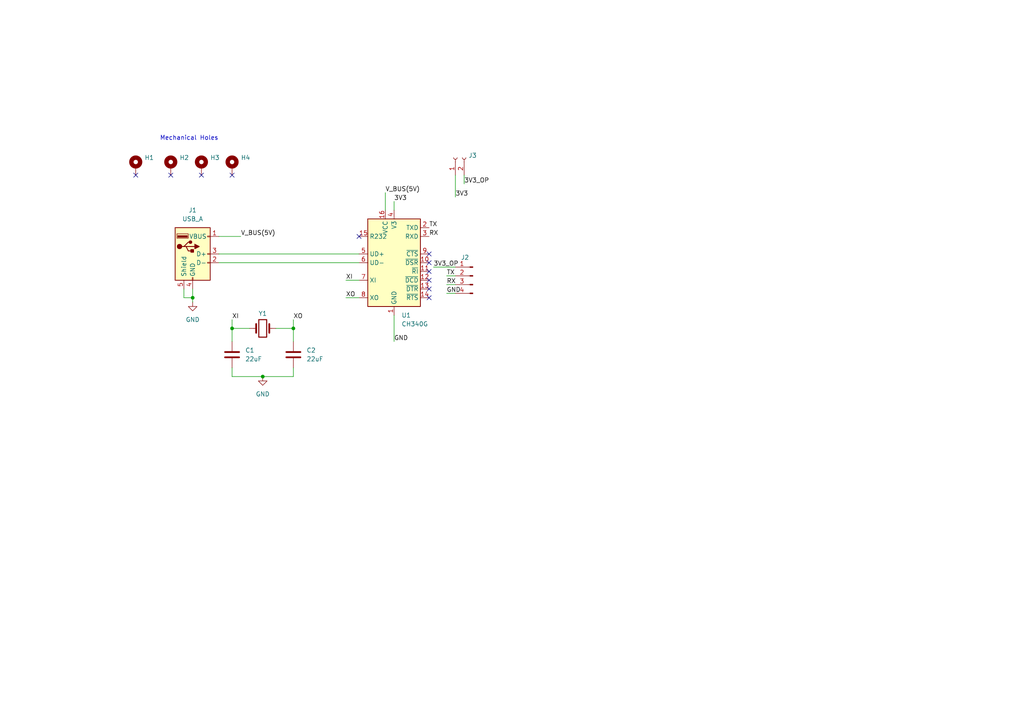
<source format=kicad_sch>
(kicad_sch (version 20250114) (generator "eeschema") (generator_version "9.0")
  (paper "A4")
  (lib_symbols
    (symbol "Connector:Conn_01x02_Socket" (pin_names (offset 1.016) (hide yes))
      (property "Reference" "J" (at 0 2.54 0))
      (property "Value" "Conn_01x02_Socket" (at 0 -5.08 0))
      (symbol "Conn_01x02_Socket_1_1"
        (polyline (pts (xy -1.27 0) (xy -0.508 0)) (stroke (width 0.1524)))
        (polyline (pts (xy -1.27 -2.54) (xy -0.508 -2.54)) (stroke (width 0.1524)))
        (arc (start 0 -0.508) (mid -0.5058 0) (end 0 0.508) (stroke (width 0.1524)))
        (arc (start 0 -3.048) (mid -0.5058 -2.54) (end 0 -2.032) (stroke (width 0.1524)))
        (pin passive line (at -5.08 0 0) (length 3.81) (name "Pin_1") (number "1"))
        (pin passive line (at -5.08 -2.54 0) (length 3.81) (name "Pin_2") (number "2"))
      )
    )
    (symbol "Connector:Conn_01x04_Pin" (pin_names (offset 1.016) (hide yes))
      (property "Reference" "J" (at 0 5.08 0))
      (property "Value" "Conn_01x04_Pin" (at 0 -7.62 0))
      (symbol "Conn_01x04_Pin_1_1"
        (rectangle (start 0.8636 2.667) (end 0 2.413) (stroke (width 0.1524)) (fill (type outline)))
        (rectangle (start 0.8636 0.127) (end 0 -0.127) (stroke (width 0.1524)) (fill (type outline)))
        (rectangle (start 0.8636 -2.413) (end 0 -2.667) (stroke (width 0.1524)) (fill (type outline)))
        (rectangle (start 0.8636 -4.953) (end 0 -5.207) (stroke (width 0.1524)) (fill (type outline)))
        (polyline (pts (xy 1.27 2.54) (xy 0.8636 2.54)) (stroke (width 0.1524)))
        (polyline (pts (xy 1.27 0) (xy 0.8636 0)) (stroke (width 0.1524)))
        (polyline (pts (xy 1.27 -2.54) (xy 0.8636 -2.54)) (stroke (width 0.1524)))
        (polyline (pts (xy 1.27 -5.08) (xy 0.8636 -5.08)) (stroke (width 0.1524)))
        (pin passive line (at 5.08 2.54 180) (length 3.81) (name "Pin_1") (number "1"))
        (pin passive line (at 5.08 0 180) (length 3.81) (name "Pin_2") (number "2"))
        (pin passive line (at 5.08 -2.54 180) (length 3.81) (name "Pin_3") (number "3"))
        (pin passive line (at 5.08 -5.08 180) (length 3.81) (name "Pin_4") (number "4"))
      )
    )
    (symbol "Connector:USB_A" (pin_names (offset 1.016))
      (property "Reference" "J" (at -5.08 11.43 0))
      (property "Value" "USB_A" (at -5.08 8.89 0))
      (symbol "USB_A_0_1"
        (rectangle (start -5.08 -7.62) (end 5.08 7.62) (stroke (width 0.254)) (fill (type background)))
        (circle (center -3.81 2.159) (radius 0.635) (stroke (width 0.254)) (fill (type outline)))
        (polyline (pts (xy -3.175 2.159) (xy -2.54 2.159) (xy -1.27 3.429) (xy -0.635 3.429)) (stroke (width 0.254)))
        (polyline (pts (xy -2.54 2.159) (xy -1.905 2.159) (xy -1.27 0.889) (xy 0 0.889)) (stroke (width 0.254)))
        (rectangle (start -1.524 4.826) (end -4.318 5.334) (fill (type outline)))
        (rectangle (start -1.27 4.572) (end -4.572 5.842))
        (circle (center -0.635 3.429) (radius 0.381) (stroke (width 0.254)) (fill (type outline)))
        (rectangle (start -0.127 -7.62) (end 0.127 -6.858))
        (rectangle (start 0.254 1.27) (end -0.508 0.508) (stroke (width 0.254)) (fill (type outline)))
        (polyline (pts (xy 0.635 2.794) (xy 0.635 1.524) (xy 1.905 2.159) (xy 0.635 2.794)) (stroke (width 0.254)) (fill (type outline)))
        (rectangle (start 5.08 4.953) (end 4.318 5.207))
        (rectangle (start 5.08 -0.127) (end 4.318 0.127))
        (rectangle (start 5.08 -2.667) (end 4.318 -2.413))
      )
      (symbol "USB_A_1_1"
        (polyline (pts (xy -1.905 2.159) (xy 0.635 2.159)) (stroke (width 0.254)))
        (pin passive line (at -2.54 -10.16 90) (length 2.54) (name "Shield") (number "5"))
        (pin power_in line (at 0 -10.16 90) (length 2.54) (name "GND") (number "4"))
        (pin power_in line (at 7.62 5.08 180) (length 2.54) (name "VBUS") (number "1"))
        (pin bidirectional line (at 7.62 0 180) (length 2.54) (name "D+") (number "3"))
        (pin bidirectional line (at 7.62 -2.54 180) (length 2.54) (name "D-") (number "2"))
      )
    )
    (symbol "Device:C" (pin_numbers (hide yes)) (pin_names (offset 0.254))
      (property "Reference" "C" (at 0.635 2.54 0))
      (property "Value" "C" (at 0.635 -2.54 0))
      (symbol "C_0_1"
        (polyline (pts (xy -2.032 0.762) (xy 2.032 0.762)) (stroke (width 0.508)))
        (polyline (pts (xy -2.032 -0.762) (xy 2.032 -0.762)) (stroke (width 0.508)))
      )
      (symbol "C_1_1"
        (pin passive line (at 0 3.81 270) (length 2.794) (name "~") (number "1"))
        (pin passive line (at 0 -3.81 90) (length 2.794) (name "~") (number "2"))
      )
    )
    (symbol "Device:Crystal" (pin_numbers (hide yes)) (pin_names (offset 1.016) (hide yes))
      (property "Reference" "Y" (at 0 3.81 0))
      (property "Value" "Crystal" (at 0 -3.81 0))
      (symbol "Crystal_0_1"
        (polyline (pts (xy -2.54 0) (xy -1.905 0)))
        (polyline (pts (xy -1.905 -1.27) (xy -1.905 1.27)) (stroke (width 0.508)))
        (rectangle (start -1.143 2.54) (end 1.143 -2.54) (stroke (width 0.3048)))
        (polyline (pts (xy 1.905 -1.27) (xy 1.905 1.27)) (stroke (width 0.508)))
        (polyline (pts (xy 2.54 0) (xy 1.905 0)))
      )
      (symbol "Crystal_1_1"
        (pin passive line (at -3.81 0 0) (length 1.27) (name "1") (number "1"))
        (pin passive line (at 3.81 0 180) (length 1.27) (name "2") (number "2"))
      )
    )
    (symbol "Interface_USB:CH340G"
      (property "Reference" "U" (at -5.08 13.97 0))
      (property "Value" "CH340G" (at 1.27 13.97 0))
      (symbol "CH340G_0_1"
        (rectangle (start -7.62 12.7) (end 7.62 -12.7) (stroke (width 0.254)) (fill (type background)))
      )
      (symbol "CH340G_1_1"
        (pin input line (at -10.16 7.62 0) (length 2.54) (name "R232") (number "15"))
        (pin bidirectional line (at -10.16 2.54 0) (length 2.54) (name "UD+") (number "5"))
        (pin bidirectional line (at -10.16 0 0) (length 2.54) (name "UD-") (number "6"))
        (pin input line (at -10.16 -5.08 0) (length 2.54) (name "XI") (number "7"))
        (pin output line (at -10.16 -10.16 0) (length 2.54) (name "XO") (number "8"))
        (pin power_in line (at -2.54 15.24 270) (length 2.54) (name "VCC") (number "16"))
        (pin power_out line (at 0 15.24 270) (length 2.54) (name "V3") (number "4"))
        (pin power_in line (at 0 -15.24 90) (length 2.54) (name "GND") (number "1"))
        (pin output line (at 10.16 10.16 180) (length 2.54) (name "TXD") (number "2"))
        (pin input line (at 10.16 7.62 180) (length 2.54) (name "RXD") (number "3"))
        (pin input line (at 10.16 2.54 180) (length 2.54) (name "~{CTS}") (number "9"))
        (pin input line (at 10.16 0 180) (length 2.54) (name "~{DSR}") (number "10"))
        (pin input line (at 10.16 -2.54 180) (length 2.54) (name "~{RI}") (number "11"))
        (pin input line (at 10.16 -5.08 180) (length 2.54) (name "~{DCD}") (number "12"))
        (pin output line (at 10.16 -7.62 180) (length 2.54) (name "~{DTR}") (number "13"))
        (pin output line (at 10.16 -10.16 180) (length 2.54) (name "~{RTS}") (number "14"))
      )
    )
    (symbol "Mechanical:MountingHole_Pad" (pin_numbers (hide yes)) (pin_names (offset 1.016) (hide yes)) (in_bom no)
      (property "Reference" "H" (at 0 6.35 0))
      (property "Value" "MountingHole_Pad" (at 0 4.445 0))
      (symbol "MountingHole_Pad_0_1"
        (circle (center 0 1.27) (radius 1.27) (stroke (width 1.27)))
      )
      (symbol "MountingHole_Pad_1_1"
        (pin input line (at 0 -2.54 90) (length 2.54) (name "1") (number "1"))
      )
    )
    (symbol "power:GND" (power) (pin_numbers (hide yes)) (pin_names (offset 0) (hide yes))
      (property "Value" "GND" (at 0 -3.81 0))
      (symbol "GND_0_1"
        (polyline (pts (xy 0 0) (xy 0 -1.27) (xy 1.27 -1.27) (xy 0 -2.54) (xy -1.27 -1.27) (xy 0 -1.27)))
      )
      (symbol "GND_1_1"
        (pin power_in line (at 0 0 270) (length 0) (name "~") (number "1"))
      )
    )
  )
  (text "Mechanical Holes" (at 54.864 40.132 0) (effects (font (size 1.27 1.27))))
  (junction (at 67.31 95.25))
  (junction (at 76.2 109.22))
  (junction (at 55.88 86.36))
  (junction (at 85.09 95.25))
  (no_connect (at 67.31 50.8))
  (no_connect (at 104.14 68.58))
  (no_connect (at 124.46 73.66))
  (no_connect (at 124.46 83.82))
  (no_connect (at 124.46 86.36))
  (no_connect (at 124.46 78.74))
  (no_connect (at 124.46 76.2))
  (no_connect (at 39.37 50.8))
  (no_connect (at 58.42 50.8))
  (no_connect (at 124.46 81.28))
  (no_connect (at 49.53 50.8))
  (wire (pts (xy 100.33 86.36) (xy 104.14 86.36)))
  (wire (pts (xy 67.31 92.71) (xy 67.31 95.25)))
  (wire (pts (xy 114.3 58.42) (xy 114.3 60.96)))
  (wire (pts (xy 67.31 95.25) (xy 72.39 95.25)))
  (wire (pts (xy 80.01 95.25) (xy 85.09 95.25)))
  (wire (pts (xy 53.34 83.82) (xy 53.34 86.36)))
  (wire (pts (xy 67.31 99.06) (xy 67.31 95.25)))
  (wire (pts (xy 76.2 109.22) (xy 85.09 109.22)))
  (wire (pts (xy 67.31 109.22) (xy 76.2 109.22)))
  (wire (pts (xy 85.09 92.71) (xy 85.09 95.25)))
  (wire (pts (xy 114.3 99.06) (xy 114.3 91.44)))
  (wire (pts (xy 132.08 57.15) (xy 132.08 50.8)))
  (wire (pts (xy 53.34 86.36) (xy 55.88 86.36)))
  (wire (pts (xy 129.54 82.55) (xy 132.08 82.55)))
  (wire (pts (xy 129.54 85.09) (xy 132.08 85.09)))
  (wire (pts (xy 55.88 86.36) (xy 55.88 87.63)))
  (wire (pts (xy 129.54 80.01) (xy 132.08 80.01)))
  (wire (pts (xy 125.73 77.47) (xy 132.08 77.47)))
  (wire (pts (xy 55.88 83.82) (xy 55.88 86.36)))
  (wire (pts (xy 85.09 95.25) (xy 85.09 99.06)))
  (wire (pts (xy 85.09 109.22) (xy 85.09 106.68)))
  (wire (pts (xy 67.31 106.68) (xy 67.31 109.22)))
  (wire (pts (xy 100.33 81.28) (xy 104.14 81.28)))
  (wire (pts (xy 134.62 53.34) (xy 134.62 50.8)))
  (wire (pts (xy 63.5 73.66) (xy 104.14 73.66)))
  (wire (pts (xy 63.5 76.2) (xy 104.14 76.2)))
  (wire (pts (xy 111.76 55.88) (xy 111.76 60.96)))
  (wire (pts (xy 69.85 68.58) (xy 63.5 68.58)))
  (label "TX" (at 124.46 66.04 0))
  (label "3V3" (at 114.3 58.42 0))
  (label "RX" (at 124.46 68.58 0))
  (label "GND" (at 114.3 99.06 0))
  (label "XO" (at 100.33 86.36 0))
  (label "3V3_OP" (at 125.73 77.47 0))
  (label "XI" (at 100.33 81.28 0))
  (label "RX" (at 129.54 82.55 0))
  (label "TX" (at 129.54 80.01 0))
  (label "GND" (at 129.54 85.09 0))
  (label "V_BUS(5V)" (at 69.85 68.58 0))
  (label "V_BUS(5V)" (at 111.76 55.88 0))
  (label "3V3_OP" (at 134.62 53.34 0))
  (label "XI" (at 67.31 92.71 0))
  (label "XO" (at 85.09 92.71 0))
  (label "3V3" (at 132.08 57.15 0))
  (symbol (lib_id "Connector:Conn_01x02_Socket") (at 132.08 45.72 90) (unit 1)
    (property "Reference" "J3" (at 135.89 45.0849 90) (effects (justify right)))
    (property "Value" "Conn_01x02_Socket" (effects (hide yes)))
    (property "Footprint" "Connector_PinHeader_2.54mm:PinHeader_1x02_P2.54mm_Horizontal" (effects (hide yes)))
    (property "Description" "Generic connector, single row, 01x02, script generated" (effects (hide yes)))
  )
  (symbol (lib_id "Device:Crystal") (at 76.2 95.25 0) (unit 1)
    (property "Reference" "Y1" (at 76.2 90.932 0))
    (property "Value" "Crystal" (effects (hide yes)))
    (property "Footprint" "Crystal:Crystal_HC49-U_Horizontal" (effects (hide yes)))
    (property "Description" "Two pin crystal" (effects (hide yes)))
  )
  (symbol (lib_id "power:GND") (at 76.2 109.22 0) (unit 1)
    (property "Reference" "#PWR01" (effects (hide yes)))
    (property "Value" "GND" (at 76.2 114.3 0))
    (property "Description" "Power symbol creates a global label with name \"GND\" , ground" (effects (hide yes)))
  )
  (symbol (lib_id "Device:C") (at 67.31 102.87 0) (unit 1)
    (property "Reference" "C1" (at 71.12 101.5999 0) (effects (justify left)))
    (property "Value" "22uF" (at 71.12 104.1399 0) (effects (justify left)))
    (property "Footprint" "Capacitor_SMD:C_0201_0603Metric_Pad0.64x0.40mm_HandSolder" (effects (hide yes)))
    (property "Description" "Unpolarized capacitor" (effects (hide yes)))
  )
  (symbol (lib_id "Mechanical:MountingHole_Pad") (at 67.31 48.26 0) (unit 1) (in_bom no)
    (property "Reference" "H4" (at 69.85 45.7199 0) (effects (justify left)))
    (property "Value" "MountingHole_Pad" (effects (hide yes)))
    (property "Footprint" "MountingHole:MountingHole_2.2mm_M2_DIN965_Pad" (effects (hide yes)))
    (property "Description" "Mounting Hole with connection" (effects (hide yes)))
  )
  (symbol (lib_id "Mechanical:MountingHole_Pad") (at 49.53 48.26 0) (unit 1) (in_bom no)
    (property "Reference" "H2" (at 52.07 45.7199 0) (effects (justify left)))
    (property "Value" "MountingHole_Pad" (effects (hide yes)))
    (property "Footprint" "MountingHole:MountingHole_2.2mm_M2_DIN965_Pad" (effects (hide yes)))
    (property "Description" "Mounting Hole with connection" (effects (hide yes)))
  )
  (symbol (lib_id "Connector:Conn_01x04_Pin") (at 137.16 80.01 0) (mirror y) (unit 1)
    (property "Reference" "J2" (at 134.874 74.676 0))
    (property "Value" "Conn_01x04_Pin" (effects (hide yes)))
    (property "Footprint" "Connector:FanPinHeader_1x04_P2.54mm_Vertical" (effects (hide yes)))
    (property "Description" "Generic connector, single row, 01x04, script generated" (effects (hide yes)))
  )
  (symbol (lib_id "Connector:USB_A") (at 55.88 73.66 0) (unit 1)
    (property "Reference" "J1" (at 55.88 60.96 0))
    (property "Value" "USB_A" (at 55.88 63.5 0))
    (property "Footprint" "Connector_USB:USB_A_Molex_48037-2200_Horizontal" (effects (hide yes)))
    (property "Description" "USB Type A connector" (effects (hide yes)))
  )
  (symbol (lib_id "Mechanical:MountingHole_Pad") (at 58.42 48.26 0) (unit 1) (in_bom no)
    (property "Reference" "H3" (at 60.96 45.7199 0) (effects (justify left)))
    (property "Value" "MountingHole_Pad" (effects (hide yes)))
    (property "Footprint" "MountingHole:MountingHole_2.2mm_M2_DIN965_Pad" (effects (hide yes)))
    (property "Description" "Mounting Hole with connection" (effects (hide yes)))
  )
  (symbol (lib_id "Device:C") (at 85.09 102.87 0) (unit 1)
    (property "Reference" "C2" (at 88.9 101.5999 0) (effects (justify left)))
    (property "Value" "22uF" (at 88.9 104.1399 0) (effects (justify left)))
    (property "Footprint" "Capacitor_SMD:C_0201_0603Metric_Pad0.64x0.40mm_HandSolder" (effects (hide yes)))
    (property "Description" "Unpolarized capacitor" (effects (hide yes)))
  )
  (symbol (lib_id "Mechanical:MountingHole_Pad") (at 39.37 48.26 0) (unit 1) (in_bom no)
    (property "Reference" "H1" (at 41.91 45.7199 0) (effects (justify left)))
    (property "Value" "MountingHole_Pad" (effects (hide yes)))
    (property "Footprint" "MountingHole:MountingHole_2.2mm_M2_DIN965_Pad" (effects (hide yes)))
    (property "Description" "Mounting Hole with connection" (effects (hide yes)))
  )
  (symbol (lib_id "power:GND") (at 55.88 87.63 0) (unit 1)
    (property "Reference" "#PWR02" (effects (hide yes)))
    (property "Value" "GND" (at 55.88 92.71 0))
    (property "Description" "Power symbol creates a global label with name \"GND\" , ground" (effects (hide yes)))
  )
  (symbol (lib_id "Interface_USB:CH340G") (at 114.3 76.2 0) (unit 1)
    (property "Reference" "U1" (at 116.4433 91.44 0) (effects (justify left)))
    (property "Value" "CH340G" (at 116.4433 93.98 0) (effects (justify left)))
    (property "Footprint" "Package_SO:SOIC-16_3.9x9.9mm_P1.27mm" (effects (hide yes)))
    (property "Datasheet" "http://www.datasheet5.com/pdf-local-2195953" (effects (hide yes)))
    (property "Description" "USB serial converter, UART, SOIC-16" (effects (hide yes)))
  )
)
</source>
